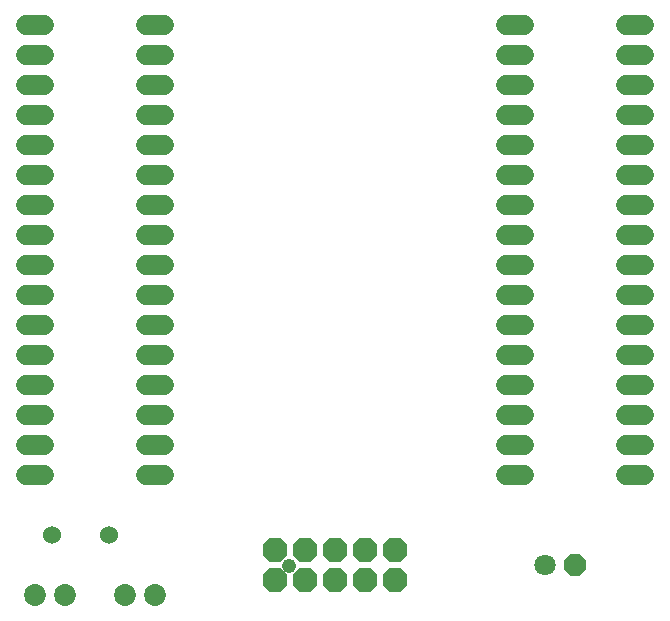
<source format=gbs>
G75*
%MOIN*%
%OFA0B0*%
%FSLAX25Y25*%
%IPPOS*%
%LPD*%
%AMOC8*
5,1,8,0,0,1.08239X$1,22.5*
%
%ADD10OC8,0.07100*%
%ADD11C,0.07100*%
%ADD12OC8,0.08200*%
%ADD13C,0.06800*%
%ADD14C,0.06000*%
%ADD15C,0.07300*%
%ADD16C,0.04800*%
D10*
X0191800Y0021800D03*
D11*
X0181800Y0021800D03*
D12*
X0131800Y0016800D03*
X0131800Y0026800D03*
X0121800Y0026800D03*
X0111800Y0026800D03*
X0111800Y0016800D03*
X0121800Y0016800D03*
X0101800Y0016800D03*
X0091800Y0016800D03*
X0091800Y0026800D03*
X0101800Y0026800D03*
D13*
X0054800Y0051800D02*
X0048800Y0051800D01*
X0048800Y0061800D02*
X0054800Y0061800D01*
X0054800Y0071800D02*
X0048800Y0071800D01*
X0048800Y0081800D02*
X0054800Y0081800D01*
X0054800Y0091800D02*
X0048800Y0091800D01*
X0048800Y0101800D02*
X0054800Y0101800D01*
X0054800Y0111800D02*
X0048800Y0111800D01*
X0048800Y0121800D02*
X0054800Y0121800D01*
X0054800Y0131800D02*
X0048800Y0131800D01*
X0048800Y0141800D02*
X0054800Y0141800D01*
X0054800Y0151800D02*
X0048800Y0151800D01*
X0048800Y0161800D02*
X0054800Y0161800D01*
X0054800Y0171800D02*
X0048800Y0171800D01*
X0048800Y0181800D02*
X0054800Y0181800D01*
X0054800Y0191800D02*
X0048800Y0191800D01*
X0048800Y0201800D02*
X0054800Y0201800D01*
X0014800Y0201800D02*
X0008800Y0201800D01*
X0008800Y0191800D02*
X0014800Y0191800D01*
X0014800Y0181800D02*
X0008800Y0181800D01*
X0008800Y0171800D02*
X0014800Y0171800D01*
X0014800Y0161800D02*
X0008800Y0161800D01*
X0008800Y0151800D02*
X0014800Y0151800D01*
X0014800Y0141800D02*
X0008800Y0141800D01*
X0008800Y0131800D02*
X0014800Y0131800D01*
X0014800Y0121800D02*
X0008800Y0121800D01*
X0008800Y0111800D02*
X0014800Y0111800D01*
X0014800Y0101800D02*
X0008800Y0101800D01*
X0008800Y0091800D02*
X0014800Y0091800D01*
X0014800Y0081800D02*
X0008800Y0081800D01*
X0008800Y0071800D02*
X0014800Y0071800D01*
X0014800Y0061800D02*
X0008800Y0061800D01*
X0008800Y0051800D02*
X0014800Y0051800D01*
X0168800Y0051800D02*
X0174800Y0051800D01*
X0174800Y0061800D02*
X0168800Y0061800D01*
X0168800Y0071800D02*
X0174800Y0071800D01*
X0174800Y0081800D02*
X0168800Y0081800D01*
X0168800Y0091800D02*
X0174800Y0091800D01*
X0174800Y0101800D02*
X0168800Y0101800D01*
X0168800Y0111800D02*
X0174800Y0111800D01*
X0174800Y0121800D02*
X0168800Y0121800D01*
X0168800Y0131800D02*
X0174800Y0131800D01*
X0174800Y0141800D02*
X0168800Y0141800D01*
X0168800Y0151800D02*
X0174800Y0151800D01*
X0174800Y0161800D02*
X0168800Y0161800D01*
X0168800Y0171800D02*
X0174800Y0171800D01*
X0174800Y0181800D02*
X0168800Y0181800D01*
X0168800Y0191800D02*
X0174800Y0191800D01*
X0174800Y0201800D02*
X0168800Y0201800D01*
X0208800Y0201800D02*
X0214800Y0201800D01*
X0214800Y0191800D02*
X0208800Y0191800D01*
X0208800Y0181800D02*
X0214800Y0181800D01*
X0214800Y0171800D02*
X0208800Y0171800D01*
X0208800Y0161800D02*
X0214800Y0161800D01*
X0214800Y0151800D02*
X0208800Y0151800D01*
X0208800Y0141800D02*
X0214800Y0141800D01*
X0214800Y0131800D02*
X0208800Y0131800D01*
X0208800Y0121800D02*
X0214800Y0121800D01*
X0214800Y0111800D02*
X0208800Y0111800D01*
X0208800Y0101800D02*
X0214800Y0101800D01*
X0214800Y0091800D02*
X0208800Y0091800D01*
X0208800Y0081800D02*
X0214800Y0081800D01*
X0214800Y0071800D02*
X0208800Y0071800D01*
X0208800Y0061800D02*
X0214800Y0061800D01*
X0214800Y0051800D02*
X0208800Y0051800D01*
D14*
X0036300Y0031800D03*
X0017300Y0031800D03*
D15*
X0011800Y0011800D03*
X0021800Y0011800D03*
X0041800Y0011800D03*
X0051800Y0011800D03*
D16*
X0096300Y0021600D03*
M02*

</source>
